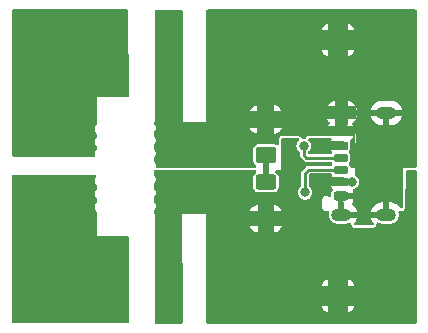
<source format=gbr>
%TF.GenerationSoftware,KiCad,Pcbnew,8.0.1*%
%TF.CreationDate,2024-04-06T17:54:05-05:00*%
%TF.ProjectId,Banana to USB-C Adapter,42616e61-6e61-4207-946f-205553422d43,2*%
%TF.SameCoordinates,Original*%
%TF.FileFunction,Copper,L1,Top*%
%TF.FilePolarity,Positive*%
%FSLAX46Y46*%
G04 Gerber Fmt 4.6, Leading zero omitted, Abs format (unit mm)*
G04 Created by KiCad (PCBNEW 8.0.1) date 2024-04-06 17:54:05*
%MOMM*%
%LPD*%
G01*
G04 APERTURE LIST*
G04 Aperture macros list*
%AMRoundRect*
0 Rectangle with rounded corners*
0 $1 Rounding radius*
0 $2 $3 $4 $5 $6 $7 $8 $9 X,Y pos of 4 corners*
0 Add a 4 corners polygon primitive as box body*
4,1,4,$2,$3,$4,$5,$6,$7,$8,$9,$2,$3,0*
0 Add four circle primitives for the rounded corners*
1,1,$1+$1,$2,$3*
1,1,$1+$1,$4,$5*
1,1,$1+$1,$6,$7*
1,1,$1+$1,$8,$9*
0 Add four rect primitives between the rounded corners*
20,1,$1+$1,$2,$3,$4,$5,0*
20,1,$1+$1,$4,$5,$6,$7,0*
20,1,$1+$1,$6,$7,$8,$9,0*
20,1,$1+$1,$8,$9,$2,$3,0*%
G04 Aperture macros list end*
%TA.AperFunction,ComponentPad*%
%ADD10R,1.700000X1.700000*%
%TD*%
%TA.AperFunction,ComponentPad*%
%ADD11C,0.800000*%
%TD*%
%TA.AperFunction,ComponentPad*%
%ADD12C,6.400000*%
%TD*%
%TA.AperFunction,SMDPad,CuDef*%
%ADD13RoundRect,0.250000X0.625000X-0.400000X0.625000X0.400000X-0.625000X0.400000X-0.625000X-0.400000X0*%
%TD*%
%TA.AperFunction,SMDPad,CuDef*%
%ADD14RoundRect,0.175000X0.425000X-0.175000X0.425000X0.175000X-0.425000X0.175000X-0.425000X-0.175000X0*%
%TD*%
%TA.AperFunction,SMDPad,CuDef*%
%ADD15RoundRect,0.190000X-0.410000X0.190000X-0.410000X-0.190000X0.410000X-0.190000X0.410000X0.190000X0*%
%TD*%
%TA.AperFunction,SMDPad,CuDef*%
%ADD16RoundRect,0.200000X-0.400000X0.200000X-0.400000X-0.200000X0.400000X-0.200000X0.400000X0.200000X0*%
%TD*%
%TA.AperFunction,SMDPad,CuDef*%
%ADD17RoundRect,0.175000X-0.425000X0.175000X-0.425000X-0.175000X0.425000X-0.175000X0.425000X0.175000X0*%
%TD*%
%TA.AperFunction,SMDPad,CuDef*%
%ADD18RoundRect,0.190000X0.410000X-0.190000X0.410000X0.190000X-0.410000X0.190000X-0.410000X-0.190000X0*%
%TD*%
%TA.AperFunction,SMDPad,CuDef*%
%ADD19RoundRect,0.200000X0.400000X-0.200000X0.400000X0.200000X-0.400000X0.200000X-0.400000X-0.200000X0*%
%TD*%
%TA.AperFunction,ComponentPad*%
%ADD20O,1.700000X1.100000*%
%TD*%
%TA.AperFunction,SMDPad,CuDef*%
%ADD21RoundRect,0.250001X-0.624999X0.462499X-0.624999X-0.462499X0.624999X-0.462499X0.624999X0.462499X0*%
%TD*%
%TA.AperFunction,ViaPad*%
%ADD22C,0.800000*%
%TD*%
%TA.AperFunction,Conductor*%
%ADD23C,0.250000*%
%TD*%
%TA.AperFunction,Conductor*%
%ADD24C,0.500000*%
%TD*%
G04 APERTURE END LIST*
D10*
%TO.P,J3,1,Pin_1*%
%TO.N,GND*%
X152882600Y-88671400D03*
%TD*%
D11*
%TO.P,H1,1,1*%
%TO.N,/Positive*%
X126600138Y-108968250D03*
X127303082Y-107271194D03*
X127303082Y-110665306D03*
X129000138Y-106568250D03*
D12*
X129000138Y-108968250D03*
D11*
X129000138Y-111368250D03*
X130697194Y-107271194D03*
X130697194Y-110665306D03*
X131400138Y-108968250D03*
%TD*%
D10*
%TO.P,J2,1,Pin_1*%
%TO.N,/Positive*%
X152882600Y-110337600D03*
%TD*%
D13*
%TO.P,R1,1*%
%TO.N,/Positive*%
X146790000Y-103820000D03*
%TO.P,R1,2*%
%TO.N,Net-(D1-A)*%
X146790000Y-100720000D03*
%TD*%
D14*
%TO.P,J1,A5,CC1*%
%TO.N,Net-(J1-CC1)*%
X153110000Y-99660000D03*
D15*
%TO.P,J1,A9,VBUS*%
%TO.N,/Positive*%
X153110000Y-97640000D03*
D16*
%TO.P,J1,A12,GND*%
%TO.N,GND*%
X153110000Y-96410000D03*
D17*
%TO.P,J1,B5,CC2*%
%TO.N,Net-(J1-CC2)*%
X153110000Y-98660000D03*
D18*
%TO.P,J1,B9,VBUS*%
%TO.N,/Positive*%
X153110000Y-100680000D03*
D19*
%TO.P,J1,B12,GND*%
%TO.N,GND*%
X153110000Y-101910000D03*
D20*
%TO.P,J1,S1,SHIELD*%
X153190000Y-103480000D03*
X156990000Y-103480000D03*
X153190000Y-94840000D03*
X156990000Y-94840000D03*
%TD*%
D11*
%TO.P,H2,1,1*%
%TO.N,GND*%
X126600138Y-89918250D03*
X127303082Y-88221194D03*
X127303082Y-91615306D03*
X129000138Y-87518250D03*
D12*
X129000138Y-89918250D03*
D11*
X129000138Y-92318250D03*
X130697194Y-88221194D03*
X130697194Y-91615306D03*
X131400138Y-89918250D03*
%TD*%
D21*
%TO.P,D1,1,K*%
%TO.N,GND*%
X146790000Y-95432500D03*
%TO.P,D1,2,A*%
%TO.N,Net-(D1-A)*%
X146790000Y-98407500D03*
%TD*%
D22*
%TO.N,GND*%
X144856200Y-86588600D03*
X144856200Y-95250000D03*
X144856200Y-88320880D03*
X144856200Y-90053160D03*
X144856200Y-91785440D03*
X144856200Y-93517720D03*
%TO.N,/Positive*%
X154051000Y-100711000D03*
X144856200Y-110535720D03*
X144856200Y-105415080D03*
X152146000Y-97663000D03*
X144856200Y-107121960D03*
X144856200Y-103708200D03*
X144856200Y-108828840D03*
X144856200Y-112242600D03*
X152146000Y-100711000D03*
%TO.N,Net-(J1-CC2)*%
X149987000Y-97663000D03*
%TO.N,Net-(J1-CC1)*%
X150114000Y-101600000D03*
%TD*%
D23*
%TO.N,GND*%
X138500000Y-88450000D02*
X138500000Y-91250000D01*
%TO.N,/Positive*%
X154020000Y-100680000D02*
X154051000Y-100711000D01*
X152169000Y-97640000D02*
X152146000Y-97663000D01*
X153110000Y-100680000D02*
X152177000Y-100680000D01*
X153110000Y-100680000D02*
X154020000Y-100680000D01*
X152177000Y-100680000D02*
X152146000Y-100711000D01*
X153110000Y-97640000D02*
X152169000Y-97640000D01*
D24*
%TO.N,Net-(D1-A)*%
X146790000Y-98407500D02*
X146790000Y-100720000D01*
D23*
%TO.N,Net-(J1-CC2)*%
X150222000Y-98660000D02*
X149987000Y-98425000D01*
X153110000Y-98660000D02*
X150222000Y-98660000D01*
X149987000Y-98425000D02*
X149987000Y-97663000D01*
%TO.N,Net-(J1-CC1)*%
X150114000Y-99949000D02*
X150114000Y-101600000D01*
X150403000Y-99660000D02*
X150114000Y-99949000D01*
X153110000Y-99660000D02*
X150403000Y-99660000D01*
%TD*%
%TA.AperFunction,Conductor*%
%TO.N,GND*%
G36*
X156192641Y-93909500D02*
G01*
X156192631Y-93909505D01*
X156020664Y-94024410D01*
X156020660Y-94024413D01*
X155874413Y-94170660D01*
X155874410Y-94170664D01*
X155759505Y-94342631D01*
X155759500Y-94342641D01*
X155680351Y-94533723D01*
X155680350Y-94533725D01*
X155669157Y-94590000D01*
X156523012Y-94590000D01*
X156505795Y-94599940D01*
X156449940Y-94655795D01*
X156410444Y-94724204D01*
X156390000Y-94800504D01*
X156390000Y-94879496D01*
X156410444Y-94955796D01*
X156449940Y-95024205D01*
X156505795Y-95080060D01*
X156523012Y-95090000D01*
X155669157Y-95090000D01*
X155680350Y-95146274D01*
X155680351Y-95146276D01*
X155759500Y-95337358D01*
X155759505Y-95337368D01*
X155874410Y-95509335D01*
X155874413Y-95509339D01*
X156020660Y-95655586D01*
X156020664Y-95655589D01*
X156192631Y-95770494D01*
X156192641Y-95770499D01*
X156383725Y-95849649D01*
X156383733Y-95849651D01*
X156586579Y-95889999D01*
X156586583Y-95890000D01*
X156740000Y-95890000D01*
X156740000Y-95140000D01*
X157240000Y-95140000D01*
X157240000Y-95890000D01*
X157393417Y-95890000D01*
X157393420Y-95889999D01*
X157596266Y-95849651D01*
X157596274Y-95849649D01*
X157787358Y-95770499D01*
X157787368Y-95770494D01*
X157959335Y-95655589D01*
X157959339Y-95655586D01*
X158105586Y-95509339D01*
X158105589Y-95509335D01*
X158220494Y-95337368D01*
X158220499Y-95337358D01*
X158299648Y-95146276D01*
X158299649Y-95146274D01*
X158310843Y-95090000D01*
X157456988Y-95090000D01*
X157474205Y-95080060D01*
X157530060Y-95024205D01*
X157569556Y-94955796D01*
X157590000Y-94879496D01*
X157590000Y-94800504D01*
X157569556Y-94724204D01*
X157530060Y-94655795D01*
X157474205Y-94599940D01*
X157456988Y-94590000D01*
X158310843Y-94590000D01*
X158299649Y-94533725D01*
X158299648Y-94533723D01*
X158220499Y-94342641D01*
X158220494Y-94342631D01*
X158105589Y-94170664D01*
X158105586Y-94170660D01*
X157959339Y-94024413D01*
X157959335Y-94024410D01*
X157787368Y-93909505D01*
X157787358Y-93909500D01*
X157650955Y-93853000D01*
X158496000Y-93853000D01*
X158427964Y-99500000D01*
X158388077Y-102810664D01*
X158387893Y-102825895D01*
X158367402Y-102892692D01*
X158314051Y-102937808D01*
X158244778Y-102946917D01*
X158181576Y-102917129D01*
X158160800Y-102893292D01*
X158105589Y-102810664D01*
X158105586Y-102810660D01*
X157959339Y-102664413D01*
X157959335Y-102664410D01*
X157787368Y-102549505D01*
X157787358Y-102549500D01*
X157596274Y-102470350D01*
X157596266Y-102470348D01*
X157393420Y-102430000D01*
X157240000Y-102430000D01*
X157240000Y-103180000D01*
X156740000Y-103180000D01*
X156740000Y-102430000D01*
X156586579Y-102430000D01*
X156383733Y-102470348D01*
X156383725Y-102470350D01*
X156192641Y-102549500D01*
X156192631Y-102549505D01*
X156020664Y-102664410D01*
X156020660Y-102664413D01*
X155874413Y-102810660D01*
X155874410Y-102810664D01*
X155759505Y-102982631D01*
X155759500Y-102982641D01*
X155680351Y-103173723D01*
X155680350Y-103173725D01*
X155669157Y-103230000D01*
X156523012Y-103230000D01*
X156505795Y-103239940D01*
X156449940Y-103295795D01*
X156410444Y-103364204D01*
X156390000Y-103440504D01*
X156390000Y-103519496D01*
X156410444Y-103595796D01*
X156449940Y-103664205D01*
X156505795Y-103720060D01*
X156523012Y-103730000D01*
X155669157Y-103730000D01*
X155680350Y-103786274D01*
X155680351Y-103786276D01*
X155759500Y-103977358D01*
X155759505Y-103977368D01*
X155874410Y-104149335D01*
X155874413Y-104149339D01*
X155907393Y-104182319D01*
X155940878Y-104243642D01*
X155935894Y-104313334D01*
X155894022Y-104369267D01*
X155828558Y-104393684D01*
X155819712Y-104394000D01*
X154360288Y-104394000D01*
X154293249Y-104374315D01*
X154247494Y-104321511D01*
X154237550Y-104252353D01*
X154266575Y-104188797D01*
X154272607Y-104182319D01*
X154305586Y-104149339D01*
X154305589Y-104149335D01*
X154420494Y-103977368D01*
X154420499Y-103977358D01*
X154499648Y-103786276D01*
X154499649Y-103786274D01*
X154510843Y-103730000D01*
X153656988Y-103730000D01*
X153674205Y-103720060D01*
X153730060Y-103664205D01*
X153769556Y-103595796D01*
X153790000Y-103519496D01*
X153790000Y-103440504D01*
X153769556Y-103364204D01*
X153730060Y-103295795D01*
X153674205Y-103239940D01*
X153656988Y-103230000D01*
X154510843Y-103230000D01*
X154499649Y-103173725D01*
X154499648Y-103173723D01*
X154420499Y-102982641D01*
X154420494Y-102982631D01*
X154305589Y-102810664D01*
X154305586Y-102810660D01*
X154159337Y-102664411D01*
X154139254Y-102650992D01*
X154094450Y-102597379D01*
X154085744Y-102528054D01*
X154102031Y-102483740D01*
X154153018Y-102399398D01*
X154153019Y-102399396D01*
X154203590Y-102237106D01*
X154210000Y-102166572D01*
X154210000Y-102160000D01*
X153360000Y-102160000D01*
X153360000Y-102387000D01*
X153378290Y-102405290D01*
X153383039Y-102406685D01*
X153428794Y-102459489D01*
X153440000Y-102511000D01*
X153440000Y-103180000D01*
X152940000Y-103180000D01*
X152940000Y-102853000D01*
X152921709Y-102834709D01*
X152916961Y-102833315D01*
X152871206Y-102780511D01*
X152860000Y-102729000D01*
X152860000Y-101784000D01*
X152879685Y-101716961D01*
X152932489Y-101671206D01*
X152984000Y-101660000D01*
X154209999Y-101660000D01*
X154209999Y-101653417D01*
X154203591Y-101582897D01*
X154203590Y-101582892D01*
X154158590Y-101438482D01*
X154157438Y-101368622D01*
X154194239Y-101309229D01*
X154229521Y-101287030D01*
X154353841Y-101235536D01*
X154479282Y-101139282D01*
X154575536Y-101013841D01*
X154636044Y-100867762D01*
X154656682Y-100711000D01*
X154636044Y-100554238D01*
X154575536Y-100408159D01*
X154479282Y-100282718D01*
X154372778Y-100200995D01*
X154331577Y-100144568D01*
X154324284Y-100100486D01*
X154334638Y-99500000D01*
X154406034Y-95359008D01*
X154420494Y-95337368D01*
X154420499Y-95337358D01*
X154499648Y-95146276D01*
X154499649Y-95146274D01*
X154510843Y-95090000D01*
X154410672Y-95090000D01*
X154419293Y-94590000D01*
X154510843Y-94590000D01*
X154499649Y-94533725D01*
X154499648Y-94533723D01*
X154423435Y-94349730D01*
X154432000Y-93853000D01*
X156329045Y-93853000D01*
X156192641Y-93909500D01*
G37*
%TD.AperFunction*%
%TD*%
%TA.AperFunction,Conductor*%
%TO.N,/Positive*%
G36*
X133225000Y-106000000D02*
G01*
X133225000Y-112689747D01*
X125455059Y-112689455D01*
X125388021Y-112669768D01*
X125342268Y-112616962D01*
X125331064Y-112565740D01*
X125315796Y-105928517D01*
X125313744Y-105036255D01*
X125575000Y-104775000D01*
X132000000Y-104775000D01*
X133225000Y-106000000D01*
G37*
%TD.AperFunction*%
%TD*%
%TA.AperFunction,Conductor*%
%TO.N,/Positive*%
G36*
X149574175Y-97013685D02*
G01*
X149619930Y-97066489D01*
X149629874Y-97135647D01*
X149600849Y-97199203D01*
X149582628Y-97216371D01*
X149558718Y-97234718D01*
X149462463Y-97360160D01*
X149401956Y-97506237D01*
X149401955Y-97506239D01*
X149381318Y-97662998D01*
X149381318Y-97663001D01*
X149401955Y-97819760D01*
X149401956Y-97819762D01*
X149462464Y-97965841D01*
X149558718Y-98091282D01*
X149612987Y-98132924D01*
X149654189Y-98189349D01*
X149661500Y-98231298D01*
X149661500Y-98467852D01*
X149683682Y-98550640D01*
X149705108Y-98587750D01*
X149726535Y-98624862D01*
X150022138Y-98920465D01*
X150096361Y-98963318D01*
X150179147Y-98985500D01*
X152263201Y-98985500D01*
X152330240Y-99005185D01*
X152368594Y-99048288D01*
X152369206Y-99047852D01*
X152373262Y-99053534D01*
X152374600Y-99055037D01*
X152375174Y-99056211D01*
X152375176Y-99056214D01*
X152391281Y-99072319D01*
X152424766Y-99133642D01*
X152419782Y-99203334D01*
X152391281Y-99247681D01*
X152375174Y-99263788D01*
X152374600Y-99264963D01*
X152373390Y-99266286D01*
X152369206Y-99272148D01*
X152368497Y-99271642D01*
X152327471Y-99316544D01*
X152263201Y-99334500D01*
X150453465Y-99334500D01*
X150453449Y-99334499D01*
X150445853Y-99334499D01*
X150360147Y-99334499D01*
X150304956Y-99349287D01*
X150277360Y-99356682D01*
X150258805Y-99367395D01*
X150240250Y-99378108D01*
X150203138Y-99399535D01*
X150149604Y-99453069D01*
X150149603Y-99453068D01*
X150149601Y-99453071D01*
X149853537Y-99749135D01*
X149853533Y-99749141D01*
X149810681Y-99823361D01*
X149810682Y-99823362D01*
X149788500Y-99906147D01*
X149788500Y-101031699D01*
X149768815Y-101098738D01*
X149739988Y-101130074D01*
X149685720Y-101171715D01*
X149589463Y-101297160D01*
X149528956Y-101443237D01*
X149528955Y-101443239D01*
X149508318Y-101599998D01*
X149508318Y-101600001D01*
X149528955Y-101756760D01*
X149528956Y-101756762D01*
X149585842Y-101894098D01*
X149589464Y-101902841D01*
X149685718Y-102028282D01*
X149811159Y-102124536D01*
X149957238Y-102185044D01*
X150035619Y-102195363D01*
X150113999Y-102205682D01*
X150114000Y-102205682D01*
X150114001Y-102205682D01*
X150181542Y-102196790D01*
X150270762Y-102185044D01*
X150416841Y-102124536D01*
X150542282Y-102028282D01*
X150638536Y-101902841D01*
X150699044Y-101756762D01*
X150719682Y-101600000D01*
X150717667Y-101584698D01*
X150705923Y-101495492D01*
X150699044Y-101443238D01*
X150638536Y-101297159D01*
X150542282Y-101171718D01*
X150542280Y-101171716D01*
X150542279Y-101171715D01*
X150488012Y-101130074D01*
X150446810Y-101073646D01*
X150439500Y-101031699D01*
X150439500Y-100135188D01*
X150459185Y-100068149D01*
X150475819Y-100047507D01*
X150501507Y-100021819D01*
X150562830Y-99988334D01*
X150589188Y-99985500D01*
X152263201Y-99985500D01*
X152330240Y-100005185D01*
X152374600Y-100055036D01*
X152379253Y-100064553D01*
X152391014Y-100133425D01*
X152367625Y-100192650D01*
X152303018Y-100280189D01*
X152296087Y-100299999D01*
X152296087Y-100300000D01*
X153366000Y-100300000D01*
X153433039Y-100319685D01*
X153478794Y-100372489D01*
X153490000Y-100424000D01*
X153490000Y-100936000D01*
X153470315Y-101003039D01*
X153417511Y-101048794D01*
X153366000Y-101060000D01*
X152296087Y-101060000D01*
X152303018Y-101079810D01*
X152382498Y-101187501D01*
X152429740Y-101222368D01*
X152471991Y-101278016D01*
X152477449Y-101347672D01*
X152444381Y-101409221D01*
X152443788Y-101409819D01*
X152381951Y-101471655D01*
X152381951Y-101471657D01*
X152324352Y-101584698D01*
X152309500Y-101678475D01*
X152309500Y-101867818D01*
X152289815Y-101934857D01*
X152237011Y-101980612D01*
X152167853Y-101990556D01*
X152110181Y-101966322D01*
X152055572Y-101924566D01*
X152055569Y-101924565D01*
X151992014Y-101895540D01*
X151968549Y-101886515D01*
X151968546Y-101886514D01*
X151877403Y-101879061D01*
X151877401Y-101879061D01*
X151808245Y-101889005D01*
X151783627Y-101894098D01*
X151783626Y-101894098D01*
X151702916Y-101937107D01*
X151702913Y-101937109D01*
X151650104Y-101982868D01*
X151632160Y-102000450D01*
X151632154Y-102000457D01*
X151587511Y-102080267D01*
X151587509Y-102080272D01*
X151567826Y-102147304D01*
X151567825Y-102147309D01*
X151567825Y-102147310D01*
X151560711Y-102196790D01*
X151559500Y-102205211D01*
X151559500Y-102616000D01*
X148082000Y-102616000D01*
X148082000Y-97118000D01*
X148101685Y-97050961D01*
X148154489Y-97005206D01*
X148206000Y-96994000D01*
X149507136Y-96994000D01*
X149574175Y-97013685D01*
G37*
%TD.AperFunction*%
%TA.AperFunction,Conductor*%
G36*
X152306123Y-97013685D02*
G01*
X152351878Y-97066489D01*
X152361822Y-97135647D01*
X152338854Y-97191633D01*
X152303019Y-97240187D01*
X152296087Y-97259999D01*
X152296087Y-97260000D01*
X153366000Y-97260000D01*
X153433039Y-97279685D01*
X153478794Y-97332489D01*
X153490000Y-97384000D01*
X153490000Y-97896000D01*
X153470315Y-97963039D01*
X153417511Y-98008794D01*
X153366000Y-98020000D01*
X152296087Y-98020000D01*
X152303019Y-98039812D01*
X152367623Y-98127348D01*
X152391594Y-98192977D01*
X152379256Y-98255436D01*
X152374603Y-98264955D01*
X152327478Y-98316540D01*
X152263200Y-98334500D01*
X150463606Y-98334500D01*
X150396567Y-98314815D01*
X150350812Y-98262011D01*
X150340868Y-98192853D01*
X150369893Y-98129297D01*
X150388114Y-98112128D01*
X150415282Y-98091282D01*
X150511536Y-97965841D01*
X150572044Y-97819762D01*
X150592682Y-97663000D01*
X150572044Y-97506238D01*
X150511536Y-97360159D01*
X150415282Y-97234718D01*
X150391375Y-97216373D01*
X150350175Y-97159948D01*
X150346020Y-97090202D01*
X150380233Y-97029281D01*
X150441950Y-96996529D01*
X150466864Y-96994000D01*
X152239084Y-96994000D01*
X152306123Y-97013685D01*
G37*
%TD.AperFunction*%
%TD*%
%TA.AperFunction,Conductor*%
%TO.N,GND*%
G36*
X133325000Y-92575000D02*
G01*
X131875000Y-94025000D01*
X125288416Y-94025000D01*
X125270485Y-86230206D01*
X125290016Y-86163125D01*
X125342714Y-86117248D01*
X125394407Y-86105924D01*
X133325000Y-86101108D01*
X133325000Y-92575000D01*
G37*
%TD.AperFunction*%
%TD*%
%TA.AperFunction,Conductor*%
%TO.N,/Positive*%
G36*
X145936631Y-99719685D02*
G01*
X145982386Y-99772489D01*
X145992330Y-99841647D01*
X145963305Y-99905203D01*
X145943225Y-99923770D01*
X145842851Y-99997848D01*
X145762207Y-100107117D01*
X145762206Y-100107119D01*
X145717353Y-100235299D01*
X145714500Y-100265730D01*
X145714500Y-101174269D01*
X145717353Y-101204699D01*
X145717353Y-101204701D01*
X145759223Y-101324354D01*
X145762207Y-101332882D01*
X145842850Y-101442150D01*
X145952118Y-101522793D01*
X145991854Y-101536697D01*
X146080299Y-101567646D01*
X146110730Y-101570500D01*
X146110734Y-101570500D01*
X147469270Y-101570500D01*
X147499699Y-101567646D01*
X147499701Y-101567646D01*
X147573483Y-101541828D01*
X147627882Y-101522793D01*
X147737150Y-101442150D01*
X147817793Y-101332882D01*
X147843161Y-101260384D01*
X147862646Y-101204701D01*
X147862646Y-101204699D01*
X147865500Y-101174269D01*
X147865500Y-100265730D01*
X147862646Y-100235299D01*
X147817793Y-100107119D01*
X147817792Y-100107117D01*
X147737150Y-99997850D01*
X147737148Y-99997849D01*
X147737148Y-99997848D01*
X147636775Y-99923770D01*
X147594524Y-99868123D01*
X147589065Y-99798467D01*
X147622132Y-99736917D01*
X147683226Y-99703016D01*
X147710408Y-99700000D01*
X148082000Y-99700000D01*
X149902673Y-99700000D01*
X149853537Y-99749135D01*
X149853533Y-99749141D01*
X149810681Y-99823362D01*
X149810680Y-99823363D01*
X149801401Y-99857998D01*
X149788500Y-99906145D01*
X149788500Y-101031699D01*
X149768815Y-101098738D01*
X149739988Y-101130074D01*
X149685720Y-101171715D01*
X149589463Y-101297160D01*
X149528956Y-101443237D01*
X149528955Y-101443239D01*
X149508318Y-101599998D01*
X149508318Y-101600001D01*
X149528955Y-101756760D01*
X149528956Y-101756762D01*
X149585842Y-101894098D01*
X149589464Y-101902841D01*
X149685718Y-102028282D01*
X149811159Y-102124536D01*
X149957238Y-102185044D01*
X150035619Y-102195363D01*
X150113999Y-102205682D01*
X150114000Y-102205682D01*
X150114001Y-102205682D01*
X150181542Y-102196790D01*
X150270762Y-102185044D01*
X150416841Y-102124536D01*
X150542282Y-102028282D01*
X150638536Y-101902841D01*
X150699044Y-101756762D01*
X150719682Y-101600000D01*
X150717667Y-101584697D01*
X150702958Y-101472969D01*
X150699044Y-101443238D01*
X150638536Y-101297159D01*
X150542282Y-101171718D01*
X150542280Y-101171716D01*
X150542279Y-101171715D01*
X150488012Y-101130074D01*
X150446810Y-101073646D01*
X150439500Y-101031699D01*
X150439500Y-100135188D01*
X150459185Y-100068149D01*
X150475819Y-100047507D01*
X150501507Y-100021819D01*
X150562830Y-99988334D01*
X150589188Y-99985500D01*
X151978843Y-99985500D01*
X152045882Y-100005185D01*
X152091637Y-100057989D01*
X152101581Y-100127147D01*
X152084960Y-100173650D01*
X152066167Y-100204737D01*
X152036481Y-100299999D01*
X152036482Y-100300000D01*
X153366000Y-100300000D01*
X153433039Y-100319685D01*
X153478794Y-100372489D01*
X153490000Y-100424000D01*
X153490000Y-100936000D01*
X153470315Y-101003039D01*
X153417511Y-101048794D01*
X153366000Y-101060000D01*
X152036482Y-101060000D01*
X152066167Y-101155264D01*
X152066168Y-101155266D01*
X152152850Y-101298657D01*
X152152853Y-101298661D01*
X152271337Y-101417145D01*
X152278445Y-101421442D01*
X152325633Y-101472969D01*
X152337473Y-101541828D01*
X152327334Y-101575408D01*
X152327368Y-101575420D01*
X152326843Y-101577034D01*
X152324788Y-101583842D01*
X152324354Y-101584692D01*
X152324353Y-101584697D01*
X152309500Y-101678475D01*
X152309500Y-101867818D01*
X152289815Y-101934857D01*
X152237011Y-101980612D01*
X152167853Y-101990556D01*
X152110181Y-101966322D01*
X152055572Y-101924566D01*
X152055569Y-101924565D01*
X151992014Y-101895540D01*
X151968549Y-101886515D01*
X151968546Y-101886514D01*
X151877403Y-101879061D01*
X151877401Y-101879061D01*
X151808245Y-101889005D01*
X151783627Y-101894098D01*
X151783626Y-101894098D01*
X151702916Y-101937107D01*
X151702913Y-101937109D01*
X151650104Y-101982868D01*
X151632160Y-102000450D01*
X151632154Y-102000457D01*
X151587511Y-102080267D01*
X151587509Y-102080272D01*
X151567826Y-102147304D01*
X151567825Y-102147309D01*
X151567825Y-102147310D01*
X151560711Y-102196790D01*
X151559500Y-102205211D01*
X151559500Y-102864955D01*
X151561338Y-102892377D01*
X151561339Y-102892384D01*
X151565757Y-102925189D01*
X151593091Y-103001584D01*
X151594587Y-103005764D01*
X151631298Y-103065193D01*
X151631307Y-103065207D01*
X151645796Y-103085738D01*
X151645800Y-103085743D01*
X151687758Y-103119028D01*
X151717446Y-103142580D01*
X151775473Y-103170342D01*
X151780478Y-103172737D01*
X151793211Y-103177897D01*
X151803770Y-103182176D01*
X151803772Y-103182176D01*
X151803775Y-103182177D01*
X151894768Y-103191257D01*
X151894770Y-103191256D01*
X151894774Y-103191257D01*
X151947673Y-103184613D01*
X151964069Y-103182554D01*
X151964074Y-103182553D01*
X151964099Y-103182550D01*
X151988804Y-103177898D01*
X151988807Y-103177896D01*
X151995515Y-103175607D01*
X152065319Y-103172580D01*
X152125678Y-103207772D01*
X152157430Y-103270010D01*
X152157189Y-103317150D01*
X152139500Y-103406077D01*
X152139500Y-103406080D01*
X152139500Y-103406082D01*
X152139500Y-103553918D01*
X152139500Y-103553920D01*
X152139499Y-103553920D01*
X152168340Y-103698907D01*
X152168343Y-103698917D01*
X152224912Y-103835488D01*
X152224919Y-103835501D01*
X152307048Y-103958415D01*
X152307051Y-103958419D01*
X152411580Y-104062948D01*
X152411584Y-104062951D01*
X152534498Y-104145080D01*
X152534511Y-104145087D01*
X152626001Y-104182983D01*
X152671087Y-104201658D01*
X152671091Y-104201658D01*
X152671092Y-104201659D01*
X152816079Y-104230500D01*
X152816082Y-104230500D01*
X153563920Y-104230500D01*
X153661462Y-104211096D01*
X153708913Y-104201658D01*
X153845495Y-104145084D01*
X153845500Y-104145080D01*
X153850870Y-104142211D01*
X153851748Y-104143854D01*
X153910114Y-104125567D01*
X153977498Y-104144040D01*
X154024197Y-104196011D01*
X154035937Y-104259652D01*
X154034142Y-104281601D01*
X154040812Y-104327993D01*
X154044086Y-104350758D01*
X154049178Y-104375373D01*
X154081751Y-104436500D01*
X154092187Y-104456083D01*
X154092189Y-104456086D01*
X154137948Y-104508895D01*
X154155530Y-104526839D01*
X154155534Y-104526843D01*
X154155535Y-104526844D01*
X154155537Y-104526845D01*
X154235347Y-104571488D01*
X154235351Y-104571490D01*
X154302390Y-104591175D01*
X154360288Y-104599500D01*
X154360292Y-104599500D01*
X155819716Y-104599500D01*
X155820166Y-104599491D01*
X155827048Y-104599369D01*
X155835894Y-104599053D01*
X155900373Y-104586227D01*
X155965837Y-104561810D01*
X155988806Y-104551603D01*
X156058532Y-104492421D01*
X156100404Y-104436488D01*
X156114211Y-104415477D01*
X156140871Y-104327993D01*
X156145855Y-104258301D01*
X156145941Y-104249815D01*
X156166301Y-104182983D01*
X156219565Y-104137764D01*
X156288821Y-104128520D01*
X156328248Y-104143860D01*
X156329130Y-104142211D01*
X156334511Y-104145087D01*
X156426001Y-104182983D01*
X156471087Y-104201658D01*
X156471091Y-104201658D01*
X156471092Y-104201659D01*
X156616079Y-104230500D01*
X156616082Y-104230500D01*
X157363920Y-104230500D01*
X157461462Y-104211096D01*
X157508913Y-104201658D01*
X157645495Y-104145084D01*
X157768416Y-104062951D01*
X157872951Y-103958416D01*
X157955084Y-103835495D01*
X158011658Y-103698913D01*
X158040500Y-103553918D01*
X158040500Y-103406082D01*
X158015951Y-103282669D01*
X158022178Y-103213080D01*
X158065040Y-103157902D01*
X158130930Y-103134657D01*
X158171579Y-103141334D01*
X158171893Y-103140032D01*
X158180509Y-103142108D01*
X158180514Y-103142110D01*
X158271569Y-103150663D01*
X158340842Y-103141554D01*
X158365522Y-103136758D01*
X158446746Y-103094723D01*
X158500097Y-103049607D01*
X158518260Y-103032234D01*
X158563866Y-102952960D01*
X158584357Y-102886163D01*
X158593378Y-102828371D01*
X158629593Y-99822505D01*
X158650084Y-99755709D01*
X158703435Y-99710593D01*
X158753584Y-99700000D01*
X159457000Y-99700000D01*
X159524039Y-99719685D01*
X159569794Y-99772489D01*
X159581000Y-99824000D01*
X159581000Y-112575800D01*
X159561315Y-112642839D01*
X159508511Y-112688594D01*
X159457000Y-112699800D01*
X141855848Y-112699800D01*
X141788809Y-112680115D01*
X141743054Y-112627311D01*
X141731848Y-112575952D01*
X141730691Y-111630954D01*
X141730148Y-111187600D01*
X151532600Y-111187600D01*
X151532600Y-111235444D01*
X151539001Y-111294972D01*
X151539003Y-111294979D01*
X151589245Y-111429686D01*
X151589249Y-111429693D01*
X151675409Y-111544787D01*
X151675412Y-111544790D01*
X151790506Y-111630950D01*
X151790513Y-111630954D01*
X151925220Y-111681196D01*
X151925227Y-111681198D01*
X151984755Y-111687599D01*
X151984772Y-111687600D01*
X152032600Y-111687600D01*
X152032600Y-111187600D01*
X153732600Y-111187600D01*
X153732600Y-111687600D01*
X153780428Y-111687600D01*
X153780444Y-111687599D01*
X153839972Y-111681198D01*
X153839979Y-111681196D01*
X153974686Y-111630954D01*
X153974693Y-111630950D01*
X154089787Y-111544790D01*
X154089790Y-111544787D01*
X154175950Y-111429693D01*
X154175954Y-111429686D01*
X154226196Y-111294979D01*
X154226198Y-111294972D01*
X154232599Y-111235444D01*
X154232600Y-111235427D01*
X154232600Y-111187600D01*
X153732600Y-111187600D01*
X152032600Y-111187600D01*
X151532600Y-111187600D01*
X141730148Y-111187600D01*
X141729189Y-110403426D01*
X152382600Y-110403426D01*
X152416675Y-110530593D01*
X152482501Y-110644607D01*
X152575593Y-110737699D01*
X152689607Y-110803525D01*
X152816774Y-110837600D01*
X152948426Y-110837600D01*
X153075593Y-110803525D01*
X153189607Y-110737699D01*
X153282699Y-110644607D01*
X153348525Y-110530593D01*
X153382600Y-110403426D01*
X153382600Y-110271774D01*
X153348525Y-110144607D01*
X153282699Y-110030593D01*
X153189607Y-109937501D01*
X153075593Y-109871675D01*
X152948426Y-109837600D01*
X152816774Y-109837600D01*
X152689607Y-109871675D01*
X152575593Y-109937501D01*
X152482501Y-110030593D01*
X152416675Y-110144607D01*
X152382600Y-110271774D01*
X152382600Y-110403426D01*
X141729189Y-110403426D01*
X141728068Y-109487600D01*
X151532600Y-109487600D01*
X152032600Y-109487600D01*
X152032600Y-108987600D01*
X153732600Y-108987600D01*
X153732600Y-109487600D01*
X154232600Y-109487600D01*
X154232600Y-109439772D01*
X154232599Y-109439755D01*
X154226198Y-109380227D01*
X154226196Y-109380220D01*
X154175954Y-109245513D01*
X154175950Y-109245506D01*
X154089790Y-109130412D01*
X154089787Y-109130409D01*
X153974693Y-109044249D01*
X153974686Y-109044245D01*
X153839979Y-108994003D01*
X153839972Y-108994001D01*
X153780444Y-108987600D01*
X153732600Y-108987600D01*
X152032600Y-108987600D01*
X151984755Y-108987600D01*
X151925227Y-108994001D01*
X151925220Y-108994003D01*
X151790513Y-109044245D01*
X151790506Y-109044249D01*
X151675412Y-109130409D01*
X151675409Y-109130412D01*
X151589249Y-109245506D01*
X151589245Y-109245513D01*
X151539003Y-109380220D01*
X151539001Y-109380227D01*
X151532600Y-109439755D01*
X151532600Y-109487600D01*
X141728068Y-109487600D01*
X141721926Y-104470000D01*
X145457737Y-104470000D01*
X145480641Y-104539120D01*
X145572684Y-104688345D01*
X145696654Y-104812315D01*
X145845875Y-104904356D01*
X145845880Y-104904358D01*
X146012302Y-104959505D01*
X146012309Y-104959506D01*
X146115019Y-104969999D01*
X146140000Y-104969998D01*
X146140000Y-104470000D01*
X147440000Y-104470000D01*
X147440000Y-104969999D01*
X147464972Y-104969999D01*
X147464986Y-104969998D01*
X147567697Y-104959505D01*
X147734119Y-104904358D01*
X147734124Y-104904356D01*
X147883345Y-104812315D01*
X148007315Y-104688345D01*
X148099358Y-104539120D01*
X148122263Y-104470000D01*
X147440000Y-104470000D01*
X146140000Y-104470000D01*
X145457737Y-104470000D01*
X141721926Y-104470000D01*
X141720678Y-103450000D01*
X139725000Y-103450000D01*
X139747246Y-111681198D01*
X139749664Y-112575665D01*
X139730160Y-112642757D01*
X139677480Y-112688655D01*
X139625664Y-112700000D01*
X137499009Y-112700000D01*
X137431970Y-112680315D01*
X137386215Y-112627511D01*
X137375009Y-112575991D01*
X137375010Y-112575800D01*
X137375709Y-103432600D01*
X137375709Y-103432599D01*
X137362670Y-103419559D01*
X137340041Y-103412915D01*
X137294286Y-103360111D01*
X137283080Y-103308600D01*
X137283080Y-103209507D01*
X137294681Y-103170000D01*
X145457737Y-103170000D01*
X146140000Y-103170000D01*
X146140000Y-102670000D01*
X147440000Y-102670000D01*
X147440000Y-103170000D01*
X148122262Y-103170000D01*
X148099358Y-103100879D01*
X148007315Y-102951654D01*
X147883345Y-102827684D01*
X147734124Y-102735643D01*
X147734119Y-102735641D01*
X147567697Y-102680494D01*
X147567690Y-102680493D01*
X147464986Y-102670000D01*
X147440000Y-102670000D01*
X146140000Y-102670000D01*
X146140000Y-102669999D01*
X146115029Y-102670000D01*
X146115010Y-102670001D01*
X146012302Y-102680494D01*
X145845880Y-102735641D01*
X145845875Y-102735643D01*
X145696654Y-102827684D01*
X145572684Y-102951654D01*
X145480641Y-103100879D01*
X145457737Y-103170000D01*
X137294681Y-103170000D01*
X137302765Y-103142468D01*
X137319399Y-103121826D01*
X137344513Y-103096712D01*
X137419292Y-102967192D01*
X137458000Y-102822731D01*
X137458000Y-102673173D01*
X137419292Y-102528712D01*
X137344513Y-102399192D01*
X137319399Y-102374078D01*
X137285914Y-102312755D01*
X137283080Y-102286397D01*
X137283080Y-102073031D01*
X137302765Y-102005992D01*
X137319399Y-101985350D01*
X137324632Y-101980117D01*
X137344513Y-101960236D01*
X137419292Y-101830716D01*
X137458000Y-101686255D01*
X137458000Y-101536697D01*
X137419292Y-101392236D01*
X137344513Y-101262716D01*
X137319399Y-101237602D01*
X137285914Y-101176279D01*
X137283080Y-101149921D01*
X137283080Y-100936555D01*
X137302765Y-100869516D01*
X137319399Y-100848874D01*
X137344513Y-100823760D01*
X137419292Y-100694240D01*
X137458000Y-100549779D01*
X137458000Y-100400221D01*
X137419292Y-100255760D01*
X137344513Y-100126240D01*
X137319399Y-100101126D01*
X137285914Y-100039803D01*
X137283080Y-100013445D01*
X137283080Y-99824000D01*
X137302765Y-99756961D01*
X137355569Y-99711206D01*
X137407080Y-99700000D01*
X145869592Y-99700000D01*
X145936631Y-99719685D01*
G37*
%TD.AperFunction*%
%TA.AperFunction,Conductor*%
G36*
X132368773Y-100113335D02*
G01*
X132414528Y-100166139D01*
X132424472Y-100235297D01*
X132409121Y-100279651D01*
X132362202Y-100360914D01*
X132343883Y-100429282D01*
X132323494Y-100505377D01*
X132323494Y-100654935D01*
X132342848Y-100727165D01*
X132362202Y-100799397D01*
X132390768Y-100848874D01*
X132436981Y-100928916D01*
X132436983Y-100928918D01*
X132471561Y-100963496D01*
X132505046Y-101024819D01*
X132507880Y-101051177D01*
X132507880Y-101245611D01*
X132488195Y-101312650D01*
X132471561Y-101333292D01*
X132436983Y-101367869D01*
X132436981Y-101367872D01*
X132362202Y-101497390D01*
X132323494Y-101641853D01*
X132323494Y-101791410D01*
X132362202Y-101935873D01*
X132379782Y-101966322D01*
X132436981Y-102065392D01*
X132436983Y-102065394D01*
X132471561Y-102099972D01*
X132505046Y-102161295D01*
X132507880Y-102187653D01*
X132507880Y-102382087D01*
X132488195Y-102449126D01*
X132471561Y-102469768D01*
X132436983Y-102504345D01*
X132436981Y-102504348D01*
X132362202Y-102633866D01*
X132332229Y-102745728D01*
X132323494Y-102778329D01*
X132323494Y-102927887D01*
X132327185Y-102941661D01*
X132362202Y-103072349D01*
X132379909Y-103103017D01*
X132436981Y-103201868D01*
X132436983Y-103201870D01*
X132471561Y-103236448D01*
X132505046Y-103297771D01*
X132507880Y-103324129D01*
X132507880Y-103421611D01*
X132522166Y-103447774D01*
X132525000Y-103474132D01*
X132525000Y-105300000D01*
X135076000Y-105300000D01*
X135143039Y-105319685D01*
X135188794Y-105372489D01*
X135200000Y-105424000D01*
X135200000Y-112565818D01*
X135180315Y-112632857D01*
X135127511Y-112678612D01*
X135075995Y-112689818D01*
X130572141Y-112689647D01*
X130572139Y-112689648D01*
X130572138Y-112689648D01*
X129185951Y-112689596D01*
X129000139Y-112503784D01*
X129000138Y-112503784D01*
X128831780Y-112672140D01*
X128814337Y-112689582D01*
X127428016Y-112689530D01*
X125455059Y-112689455D01*
X125388021Y-112669768D01*
X125342268Y-112616962D01*
X125331064Y-112565740D01*
X125323114Y-109109737D01*
X125338678Y-109094173D01*
X127400138Y-109094173D01*
X127439535Y-109342918D01*
X127517359Y-109582437D01*
X127631695Y-109806833D01*
X127779726Y-110010580D01*
X127957808Y-110188662D01*
X128161555Y-110336693D01*
X128385951Y-110451029D01*
X128625470Y-110528853D01*
X128874215Y-110568250D01*
X129126061Y-110568250D01*
X129374806Y-110528853D01*
X129614325Y-110451029D01*
X129838721Y-110336693D01*
X130042468Y-110188662D01*
X130220550Y-110010580D01*
X130368581Y-109806833D01*
X130482917Y-109582437D01*
X130560741Y-109342918D01*
X130600138Y-109094173D01*
X130600138Y-108968251D01*
X132535672Y-108968251D01*
X132696771Y-109129350D01*
X132705216Y-108968250D01*
X132696771Y-108807149D01*
X132535672Y-108968250D01*
X132535672Y-108968251D01*
X130600138Y-108968251D01*
X130600138Y-108842327D01*
X130560741Y-108593582D01*
X130482917Y-108354063D01*
X130368581Y-108129667D01*
X130220550Y-107925920D01*
X130042468Y-107747838D01*
X129838721Y-107599807D01*
X129614325Y-107485471D01*
X129374806Y-107407647D01*
X129126061Y-107368250D01*
X128874215Y-107368250D01*
X128625470Y-107407647D01*
X128385951Y-107485471D01*
X128161555Y-107599807D01*
X127957808Y-107747838D01*
X127779726Y-107925920D01*
X127631695Y-108129667D01*
X127517359Y-108354063D01*
X127439535Y-108593582D01*
X127400138Y-108842327D01*
X127400138Y-109094173D01*
X125338678Y-109094173D01*
X125464603Y-108968249D01*
X125322462Y-108826108D01*
X125314286Y-105271614D01*
X128839036Y-105271614D01*
X129000137Y-105432715D01*
X129161238Y-105271614D01*
X129000139Y-105263172D01*
X129000136Y-105263172D01*
X128839036Y-105271614D01*
X125314286Y-105271614D01*
X125302661Y-100217933D01*
X125322192Y-100150851D01*
X125374890Y-100104974D01*
X125426661Y-100093650D01*
X132301734Y-100093650D01*
X132368773Y-100113335D01*
G37*
%TD.AperFunction*%
%TD*%
%TA.AperFunction,Conductor*%
%TO.N,GND*%
G36*
X159524039Y-86125685D02*
G01*
X159569794Y-86178489D01*
X159581000Y-86230000D01*
X159581000Y-99370500D01*
X159561315Y-99437539D01*
X159508511Y-99483294D01*
X159457000Y-99494500D01*
X158753584Y-99494500D01*
X158711113Y-99498937D01*
X158711106Y-99498938D01*
X158707904Y-99499273D01*
X158707872Y-99498967D01*
X158694663Y-99500000D01*
X158427964Y-99500000D01*
X158496000Y-93853000D01*
X157650956Y-93853000D01*
X157596272Y-93830349D01*
X157596267Y-93830347D01*
X157540000Y-93819155D01*
X157540000Y-93853000D01*
X156440000Y-93853000D01*
X156440000Y-93819156D01*
X156439999Y-93819155D01*
X156383732Y-93830347D01*
X156383727Y-93830349D01*
X156329043Y-93853000D01*
X154432000Y-93853000D01*
X154334638Y-99500000D01*
X154025120Y-99500000D01*
X153958081Y-99480315D01*
X153912326Y-99427511D01*
X153902416Y-99393881D01*
X153899866Y-99376375D01*
X153875488Y-99326509D01*
X153844827Y-99263789D01*
X153828719Y-99247681D01*
X153795234Y-99186358D01*
X153800218Y-99116666D01*
X153828719Y-99072319D01*
X153844825Y-99056212D01*
X153844827Y-99056210D01*
X153889727Y-98964364D01*
X153899866Y-98943625D01*
X153910500Y-98870636D01*
X153910500Y-98449364D01*
X153899866Y-98376375D01*
X153882778Y-98341421D01*
X153844827Y-98263789D01*
X153829325Y-98248287D01*
X153795840Y-98186964D01*
X153800824Y-98117272D01*
X153829325Y-98072924D01*
X153839859Y-98062391D01*
X153896017Y-97952175D01*
X153896017Y-97952173D01*
X153896018Y-97952172D01*
X153896018Y-97952171D01*
X153901449Y-97917881D01*
X153910500Y-97860735D01*
X153910499Y-97419266D01*
X153910499Y-97419260D01*
X153896018Y-97327829D01*
X153893002Y-97318547D01*
X153894476Y-97318067D01*
X153883582Y-97260066D01*
X153909856Y-97195325D01*
X153938967Y-97169707D01*
X153938965Y-97169705D01*
X153939013Y-97169666D01*
X153942825Y-97166313D01*
X153944872Y-97165075D01*
X154065073Y-97044875D01*
X154153018Y-96899396D01*
X154153020Y-96899392D01*
X154180876Y-96810000D01*
X152359681Y-96810000D01*
X152324746Y-96804977D01*
X152296990Y-96796827D01*
X152296988Y-96796826D01*
X152296982Y-96796825D01*
X152239084Y-96788500D01*
X150466864Y-96788500D01*
X150466837Y-96788500D01*
X150446120Y-96789550D01*
X150446118Y-96789550D01*
X150421198Y-96792079D01*
X150345622Y-96815005D01*
X150345614Y-96815008D01*
X150283902Y-96847757D01*
X150262460Y-96860877D01*
X150262454Y-96860881D01*
X150201056Y-96928651D01*
X150166850Y-96989560D01*
X150166831Y-96989597D01*
X150164272Y-96994888D01*
X150117358Y-97046665D01*
X150049899Y-97064860D01*
X150036463Y-97063829D01*
X149987003Y-97057318D01*
X149986997Y-97057318D01*
X149936763Y-97063931D01*
X149867728Y-97053165D01*
X149815473Y-97006784D01*
X149811164Y-96999338D01*
X149775236Y-96931915D01*
X149738494Y-96889513D01*
X149729475Y-96879104D01*
X149711893Y-96861160D01*
X149711892Y-96861159D01*
X149711890Y-96861157D01*
X149711888Y-96861156D01*
X149711886Y-96861154D01*
X149632076Y-96816511D01*
X149632071Y-96816509D01*
X149565039Y-96796826D01*
X149565035Y-96796825D01*
X149565034Y-96796825D01*
X149507136Y-96788500D01*
X148206000Y-96788500D01*
X148205992Y-96788500D01*
X148162313Y-96793197D01*
X148110825Y-96804397D01*
X148100627Y-96806890D01*
X148100624Y-96806891D01*
X148019916Y-96849899D01*
X148019913Y-96849901D01*
X147967104Y-96895660D01*
X147949160Y-96913242D01*
X147949154Y-96913249D01*
X147904511Y-96993059D01*
X147904509Y-96993064D01*
X147884826Y-97060096D01*
X147884825Y-97060101D01*
X147884825Y-97060102D01*
X147881867Y-97080678D01*
X147876500Y-97118003D01*
X147876500Y-97480065D01*
X147856815Y-97547104D01*
X147804011Y-97592859D01*
X147734853Y-97602803D01*
X147678866Y-97579835D01*
X147627881Y-97542206D01*
X147499695Y-97497353D01*
X147499698Y-97497353D01*
X147469268Y-97494500D01*
X146110741Y-97494500D01*
X146080301Y-97497354D01*
X146080300Y-97497354D01*
X145952118Y-97542206D01*
X145842850Y-97622850D01*
X145762206Y-97732118D01*
X145717353Y-97860302D01*
X145714500Y-97890731D01*
X145714500Y-98924258D01*
X145717354Y-98954698D01*
X145717354Y-98954699D01*
X145762206Y-99082881D01*
X145762207Y-99082882D01*
X145842850Y-99192150D01*
X145939918Y-99263789D01*
X145949502Y-99270862D01*
X145991752Y-99326509D01*
X145997211Y-99396165D01*
X145964144Y-99457715D01*
X145903050Y-99491616D01*
X145874021Y-99493792D01*
X145874021Y-99494500D01*
X137582000Y-99494500D01*
X137514961Y-99474815D01*
X137469206Y-99422011D01*
X137458000Y-99370500D01*
X137458000Y-99238347D01*
X137458000Y-99238345D01*
X137419292Y-99093884D01*
X137344513Y-98964364D01*
X137319399Y-98939250D01*
X137285914Y-98877927D01*
X137283080Y-98851569D01*
X137283080Y-98728199D01*
X137302765Y-98661160D01*
X137319399Y-98640518D01*
X137344513Y-98615404D01*
X137419292Y-98485884D01*
X137458000Y-98341423D01*
X137458000Y-98191865D01*
X137419292Y-98047404D01*
X137344513Y-97917884D01*
X137319399Y-97892770D01*
X137285914Y-97831447D01*
X137283080Y-97805089D01*
X137283080Y-97656319D01*
X137302765Y-97589280D01*
X137319399Y-97568638D01*
X137344513Y-97543524D01*
X137419292Y-97414004D01*
X137458000Y-97269543D01*
X137458000Y-97119985D01*
X137419292Y-96975524D01*
X137344513Y-96846004D01*
X137319399Y-96820890D01*
X137285914Y-96759567D01*
X137283080Y-96733209D01*
X137283080Y-96584439D01*
X137302765Y-96517400D01*
X137319399Y-96496758D01*
X137328842Y-96487315D01*
X137344513Y-96471644D01*
X137419292Y-96342124D01*
X137458000Y-96197663D01*
X137458000Y-96145000D01*
X145457737Y-96145000D01*
X145480639Y-96214116D01*
X145572684Y-96363344D01*
X145696655Y-96487315D01*
X145845876Y-96579356D01*
X145845881Y-96579358D01*
X146012303Y-96634505D01*
X146077499Y-96641166D01*
X146077500Y-96641165D01*
X146077500Y-96145000D01*
X147502500Y-96145000D01*
X147502500Y-96641166D01*
X147567696Y-96634505D01*
X147734118Y-96579358D01*
X147734123Y-96579356D01*
X147883344Y-96487315D01*
X148007315Y-96363344D01*
X148099360Y-96214116D01*
X148122262Y-96145000D01*
X147502500Y-96145000D01*
X146077500Y-96145000D01*
X145457737Y-96145000D01*
X137458000Y-96145000D01*
X137458000Y-96048105D01*
X137419292Y-95903644D01*
X137344513Y-95774124D01*
X137344511Y-95774122D01*
X137340449Y-95767086D01*
X137343101Y-95765554D01*
X137323145Y-95713961D01*
X137337171Y-95645513D01*
X137359106Y-95615866D01*
X137374998Y-95599999D01*
X137375000Y-95600000D01*
X137373402Y-86273412D01*
X137393075Y-86206370D01*
X137445871Y-86160606D01*
X137497434Y-86149392D01*
X139651036Y-86149966D01*
X139718067Y-86169668D01*
X139763808Y-86222485D01*
X139775000Y-86273966D01*
X139775012Y-94800000D01*
X139775012Y-94800002D01*
X139774999Y-95599999D01*
X139775000Y-95600000D01*
X141732000Y-95600000D01*
X141732000Y-95390000D01*
X151994673Y-95390000D01*
X152074410Y-95509335D01*
X152074413Y-95509339D01*
X152159881Y-95594807D01*
X152193366Y-95656130D01*
X152188382Y-95725822D01*
X152159886Y-95770165D01*
X152154923Y-95775128D01*
X152066981Y-95920603D01*
X152066979Y-95920607D01*
X152039123Y-96009999D01*
X152039124Y-96010000D01*
X152710000Y-96010000D01*
X153510000Y-96010000D01*
X154180876Y-96010000D01*
X154180876Y-96009999D01*
X154153020Y-95920607D01*
X154153017Y-95920601D01*
X154102030Y-95836258D01*
X154084193Y-95768703D01*
X154105710Y-95702229D01*
X154139259Y-95669002D01*
X154159341Y-95655584D01*
X154305586Y-95509339D01*
X154305589Y-95509335D01*
X154385327Y-95390000D01*
X153740000Y-95390000D01*
X153740000Y-95809000D01*
X153720315Y-95876039D01*
X153667511Y-95921794D01*
X153616000Y-95933000D01*
X153510000Y-95933000D01*
X153510000Y-96010000D01*
X152710000Y-96010000D01*
X152710000Y-95933000D01*
X152676319Y-95899319D01*
X152642834Y-95837996D01*
X152640000Y-95811638D01*
X152640000Y-95390000D01*
X151994673Y-95390000D01*
X141732000Y-95390000D01*
X141732000Y-94879496D01*
X152590000Y-94879496D01*
X152610444Y-94955796D01*
X152649940Y-95024205D01*
X152705795Y-95080060D01*
X152774204Y-95119556D01*
X152850504Y-95140000D01*
X153529496Y-95140000D01*
X153605796Y-95119556D01*
X153674205Y-95080060D01*
X153730060Y-95024205D01*
X153769556Y-94955796D01*
X153790000Y-94879496D01*
X153790000Y-94800504D01*
X153769556Y-94724204D01*
X153730060Y-94655795D01*
X153674205Y-94599940D01*
X153605796Y-94560444D01*
X153529496Y-94540000D01*
X152850504Y-94540000D01*
X152774204Y-94560444D01*
X152705795Y-94599940D01*
X152649940Y-94655795D01*
X152610444Y-94724204D01*
X152590000Y-94800504D01*
X152590000Y-94879496D01*
X141732000Y-94879496D01*
X141732000Y-94719999D01*
X145457737Y-94719999D01*
X145457738Y-94720000D01*
X146077500Y-94720000D01*
X146077500Y-94223833D01*
X147502500Y-94223833D01*
X147502500Y-94720000D01*
X148122262Y-94720000D01*
X148122262Y-94719999D01*
X148099360Y-94650883D01*
X148007315Y-94501655D01*
X147883344Y-94377684D01*
X147741187Y-94290000D01*
X151994673Y-94290000D01*
X152640000Y-94290000D01*
X152640000Y-93819156D01*
X152639999Y-93819155D01*
X153740000Y-93819155D01*
X153740000Y-94290000D01*
X154385327Y-94290000D01*
X154305589Y-94170664D01*
X154305586Y-94170660D01*
X154159339Y-94024413D01*
X154159335Y-94024410D01*
X153987368Y-93909505D01*
X153987358Y-93909500D01*
X153796272Y-93830349D01*
X153796267Y-93830347D01*
X153740000Y-93819155D01*
X152639999Y-93819155D01*
X152583732Y-93830347D01*
X152583727Y-93830349D01*
X152392641Y-93909500D01*
X152392631Y-93909505D01*
X152220664Y-94024410D01*
X152220660Y-94024413D01*
X152074413Y-94170660D01*
X152074410Y-94170664D01*
X151994673Y-94290000D01*
X147741187Y-94290000D01*
X147734123Y-94285643D01*
X147734118Y-94285641D01*
X147567696Y-94230494D01*
X147567689Y-94230493D01*
X147502500Y-94223833D01*
X146077500Y-94223833D01*
X146077499Y-94223833D01*
X146012310Y-94230493D01*
X146012303Y-94230494D01*
X145845881Y-94285641D01*
X145845876Y-94285643D01*
X145696655Y-94377684D01*
X145572684Y-94501655D01*
X145480639Y-94650883D01*
X145457737Y-94719999D01*
X141732000Y-94719999D01*
X141732000Y-89521400D01*
X151532600Y-89521400D01*
X151532600Y-89569244D01*
X151539001Y-89628772D01*
X151539003Y-89628779D01*
X151589245Y-89763486D01*
X151589249Y-89763493D01*
X151675409Y-89878587D01*
X151675412Y-89878590D01*
X151790506Y-89964750D01*
X151790513Y-89964754D01*
X151925220Y-90014996D01*
X151925227Y-90014998D01*
X151984755Y-90021399D01*
X151984772Y-90021400D01*
X152032600Y-90021400D01*
X152032600Y-89521400D01*
X153732600Y-89521400D01*
X153732600Y-90021400D01*
X153780428Y-90021400D01*
X153780444Y-90021399D01*
X153839972Y-90014998D01*
X153839979Y-90014996D01*
X153974686Y-89964754D01*
X153974693Y-89964750D01*
X154089787Y-89878590D01*
X154089790Y-89878587D01*
X154175950Y-89763493D01*
X154175954Y-89763486D01*
X154226196Y-89628779D01*
X154226198Y-89628772D01*
X154232599Y-89569244D01*
X154232600Y-89569227D01*
X154232600Y-89521400D01*
X153732600Y-89521400D01*
X152032600Y-89521400D01*
X151532600Y-89521400D01*
X141732000Y-89521400D01*
X141732000Y-88737226D01*
X152382600Y-88737226D01*
X152416675Y-88864393D01*
X152482501Y-88978407D01*
X152575593Y-89071499D01*
X152689607Y-89137325D01*
X152816774Y-89171400D01*
X152948426Y-89171400D01*
X153075593Y-89137325D01*
X153189607Y-89071499D01*
X153282699Y-88978407D01*
X153348525Y-88864393D01*
X153382600Y-88737226D01*
X153382600Y-88605574D01*
X153348525Y-88478407D01*
X153282699Y-88364393D01*
X153189607Y-88271301D01*
X153075593Y-88205475D01*
X152948426Y-88171400D01*
X152816774Y-88171400D01*
X152689607Y-88205475D01*
X152575593Y-88271301D01*
X152482501Y-88364393D01*
X152416675Y-88478407D01*
X152382600Y-88605574D01*
X152382600Y-88737226D01*
X141732000Y-88737226D01*
X141732000Y-87821400D01*
X151532600Y-87821400D01*
X152032600Y-87821400D01*
X152032600Y-87321400D01*
X153732600Y-87321400D01*
X153732600Y-87821400D01*
X154232600Y-87821400D01*
X154232600Y-87773572D01*
X154232599Y-87773555D01*
X154226198Y-87714027D01*
X154226196Y-87714020D01*
X154175954Y-87579313D01*
X154175950Y-87579306D01*
X154089790Y-87464212D01*
X154089787Y-87464209D01*
X153974693Y-87378049D01*
X153974686Y-87378045D01*
X153839979Y-87327803D01*
X153839972Y-87327801D01*
X153780444Y-87321400D01*
X153732600Y-87321400D01*
X152032600Y-87321400D01*
X151984755Y-87321400D01*
X151925227Y-87327801D01*
X151925220Y-87327803D01*
X151790513Y-87378045D01*
X151790506Y-87378049D01*
X151675412Y-87464209D01*
X151675409Y-87464212D01*
X151589249Y-87579306D01*
X151589245Y-87579313D01*
X151539003Y-87714020D01*
X151539001Y-87714027D01*
X151532600Y-87773555D01*
X151532600Y-87821400D01*
X141732000Y-87821400D01*
X141732000Y-86230000D01*
X141751685Y-86162961D01*
X141804489Y-86117206D01*
X141856000Y-86106000D01*
X159457000Y-86106000D01*
X159524039Y-86125685D01*
G37*
%TD.AperFunction*%
%TA.AperFunction,Conductor*%
G36*
X135093392Y-86119719D02*
G01*
X135139179Y-86172495D01*
X135150415Y-86223659D01*
X135174582Y-93423784D01*
X135155123Y-93490889D01*
X135102473Y-93536821D01*
X135050583Y-93548200D01*
X132500000Y-93548200D01*
X132516804Y-95495688D01*
X132507880Y-95527080D01*
X132507880Y-95757019D01*
X132488195Y-95824058D01*
X132471561Y-95844700D01*
X132436983Y-95879277D01*
X132436981Y-95879280D01*
X132362202Y-96008798D01*
X132323494Y-96153261D01*
X132323494Y-96302818D01*
X132362202Y-96447281D01*
X132385316Y-96487315D01*
X132436981Y-96576800D01*
X132436983Y-96576802D01*
X132471561Y-96611380D01*
X132505046Y-96672703D01*
X132507880Y-96699061D01*
X132507880Y-96828899D01*
X132488195Y-96895938D01*
X132471561Y-96916580D01*
X132436983Y-96951157D01*
X132436981Y-96951160D01*
X132362202Y-97080678D01*
X132323494Y-97225141D01*
X132323494Y-97374698D01*
X132362202Y-97519161D01*
X132390768Y-97568638D01*
X132436981Y-97648680D01*
X132436983Y-97648682D01*
X132471561Y-97683260D01*
X132505046Y-97744583D01*
X132507880Y-97770941D01*
X132507880Y-97900779D01*
X132488195Y-97967818D01*
X132471561Y-97988460D01*
X132436983Y-98023037D01*
X132436981Y-98023040D01*
X132362202Y-98152558D01*
X132323494Y-98297021D01*
X132323494Y-98445650D01*
X132303809Y-98512689D01*
X132251005Y-98558444D01*
X132199494Y-98569650D01*
X125422585Y-98569650D01*
X125355546Y-98549965D01*
X125309791Y-98497161D01*
X125298585Y-98445935D01*
X125287472Y-93614883D01*
X128839037Y-93614883D01*
X129000137Y-93623327D01*
X129161238Y-93614883D01*
X129000139Y-93453784D01*
X128839037Y-93614883D01*
X125287472Y-93614883D01*
X125279395Y-90103457D01*
X125296876Y-90085977D01*
X125296889Y-90085962D01*
X125338678Y-90044173D01*
X127400138Y-90044173D01*
X127439535Y-90292918D01*
X127517359Y-90532437D01*
X127631695Y-90756833D01*
X127779726Y-90960580D01*
X127957808Y-91138662D01*
X128161555Y-91286693D01*
X128385951Y-91401029D01*
X128625470Y-91478853D01*
X128874215Y-91518250D01*
X129126061Y-91518250D01*
X129374806Y-91478853D01*
X129614325Y-91401029D01*
X129838721Y-91286693D01*
X130042468Y-91138662D01*
X130220550Y-90960580D01*
X130368581Y-90756833D01*
X130482917Y-90532437D01*
X130560741Y-90292918D01*
X130600138Y-90044173D01*
X130600138Y-89918251D01*
X132535672Y-89918251D01*
X132696771Y-90079350D01*
X132705216Y-89918250D01*
X132696771Y-89757149D01*
X132535672Y-89918250D01*
X132535672Y-89918251D01*
X130600138Y-89918251D01*
X130600138Y-89792327D01*
X130560741Y-89543582D01*
X130482917Y-89304063D01*
X130368581Y-89079667D01*
X130220550Y-88875920D01*
X130042468Y-88697838D01*
X129838721Y-88549807D01*
X129614325Y-88435471D01*
X129374806Y-88357647D01*
X129126061Y-88318250D01*
X128874215Y-88318250D01*
X128625470Y-88357647D01*
X128385951Y-88435471D01*
X128161555Y-88549807D01*
X127957808Y-88697838D01*
X127779726Y-88875920D01*
X127631695Y-89079667D01*
X127517359Y-89304063D01*
X127439535Y-89543582D01*
X127400138Y-89792327D01*
X127400138Y-90044173D01*
X125338678Y-90044173D01*
X125464603Y-89918249D01*
X125295930Y-89749576D01*
X125295928Y-89749573D01*
X125278541Y-89732186D01*
X125270485Y-86230206D01*
X125290016Y-86163125D01*
X125342714Y-86117248D01*
X125394407Y-86105924D01*
X128721326Y-86103904D01*
X128744134Y-86113343D01*
X128743244Y-86115492D01*
X128770762Y-86123551D01*
X128816554Y-86176323D01*
X128820406Y-86202984D01*
X129000137Y-86382715D01*
X129175347Y-86207505D01*
X129174929Y-86202350D01*
X129207829Y-86140711D01*
X129256694Y-86113421D01*
X129256521Y-86113004D01*
X129260097Y-86111521D01*
X129268831Y-86106644D01*
X129272991Y-86106175D01*
X129279286Y-86103565D01*
X135026341Y-86100075D01*
X135093392Y-86119719D01*
G37*
%TD.AperFunction*%
%TD*%
M02*

</source>
